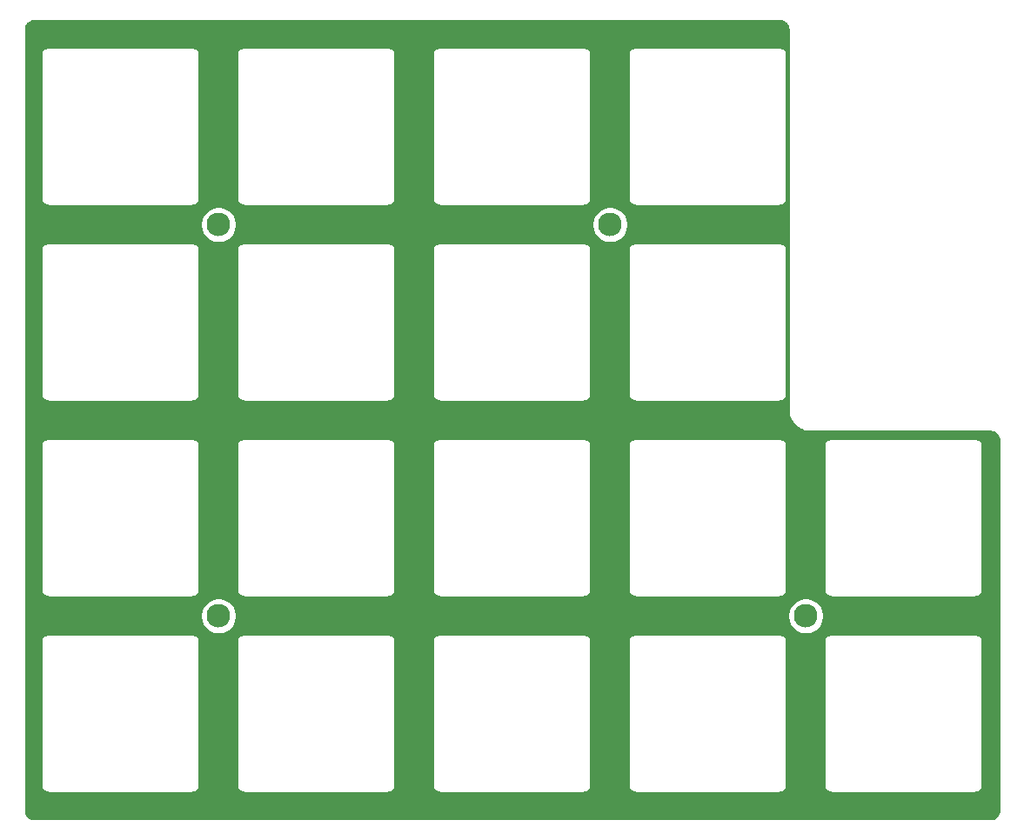
<source format=gbl>
G04 #@! TF.GenerationSoftware,KiCad,Pcbnew,(5.1.10)-1*
G04 #@! TF.CreationDate,2021-09-11T20:09:11+09:00*
G04 #@! TF.ProjectId,cc_proto_top,63635f70-726f-4746-9f5f-746f702e6b69,rev?*
G04 #@! TF.SameCoordinates,Original*
G04 #@! TF.FileFunction,Copper,L2,Bot*
G04 #@! TF.FilePolarity,Positive*
%FSLAX46Y46*%
G04 Gerber Fmt 4.6, Leading zero omitted, Abs format (unit mm)*
G04 Created by KiCad (PCBNEW (5.1.10)-1) date 2021-09-11 20:09:11*
%MOMM*%
%LPD*%
G01*
G04 APERTURE LIST*
G04 #@! TA.AperFunction,ComponentPad*
%ADD10C,2.300000*%
G04 #@! TD*
G04 #@! TA.AperFunction,NonConductor*
%ADD11C,0.254000*%
G04 #@! TD*
G04 #@! TA.AperFunction,NonConductor*
%ADD12C,0.100000*%
G04 #@! TD*
G04 APERTURE END LIST*
D10*
X115074500Y-80474600D03*
X153174500Y-80474600D03*
X115074500Y-118574600D03*
X172224500Y-118574600D03*
D11*
X169813040Y-60654702D02*
X169969394Y-60701908D01*
X170113596Y-60778582D01*
X170240163Y-60881807D01*
X170344269Y-61007651D01*
X170421947Y-61151311D01*
X170470242Y-61307329D01*
X170490500Y-61500073D01*
X170490501Y-98508019D01*
X170493318Y-98536618D01*
X170493253Y-98545888D01*
X170494152Y-98555060D01*
X170524752Y-98846205D01*
X170536783Y-98904817D01*
X170547989Y-98963563D01*
X170550653Y-98972384D01*
X170637221Y-99252040D01*
X170660399Y-99307178D01*
X170682811Y-99362650D01*
X170687138Y-99370786D01*
X170826377Y-99628302D01*
X170859804Y-99677859D01*
X170892580Y-99727947D01*
X170898405Y-99735088D01*
X171085010Y-99960656D01*
X171127465Y-100002815D01*
X171169309Y-100045545D01*
X171176409Y-100051419D01*
X171403273Y-100236445D01*
X171453066Y-100269527D01*
X171502455Y-100303345D01*
X171510561Y-100307727D01*
X171769042Y-100445164D01*
X171824336Y-100467955D01*
X171879329Y-100491525D01*
X171888132Y-100494250D01*
X172168387Y-100578864D01*
X172227064Y-100590482D01*
X172285579Y-100602920D01*
X172294742Y-100603883D01*
X172294744Y-100603883D01*
X172586096Y-100632450D01*
X172586098Y-100632450D01*
X172618081Y-100635600D01*
X190118223Y-100635600D01*
X190313040Y-100654702D01*
X190469394Y-100701908D01*
X190613596Y-100778582D01*
X190740163Y-100881807D01*
X190844269Y-101007651D01*
X190921947Y-101151311D01*
X190970242Y-101307329D01*
X190990500Y-101500073D01*
X190990501Y-137443312D01*
X190971398Y-137638140D01*
X190924192Y-137794495D01*
X190847518Y-137938696D01*
X190744292Y-138065264D01*
X190618451Y-138169368D01*
X190474789Y-138247047D01*
X190318771Y-138295342D01*
X190126027Y-138315600D01*
X97182777Y-138315600D01*
X96987960Y-138296498D01*
X96831605Y-138249292D01*
X96687404Y-138172618D01*
X96560836Y-138069392D01*
X96456732Y-137943551D01*
X96379053Y-137799889D01*
X96330758Y-137643871D01*
X96310500Y-137451127D01*
X96310500Y-121050500D01*
X97761894Y-121050500D01*
X97765451Y-121086615D01*
X97765450Y-135013855D01*
X97761894Y-135049960D01*
X97776085Y-135194045D01*
X97818113Y-135332593D01*
X97886363Y-135460280D01*
X97978212Y-135572198D01*
X98090130Y-135664047D01*
X98217817Y-135732297D01*
X98356365Y-135774325D01*
X98500450Y-135788516D01*
X98536555Y-135784960D01*
X112463895Y-135784960D01*
X112500000Y-135788516D01*
X112536105Y-135784960D01*
X112644085Y-135774325D01*
X112782633Y-135732297D01*
X112910320Y-135664047D01*
X113022238Y-135572198D01*
X113114087Y-135460280D01*
X113182337Y-135332593D01*
X113224365Y-135194045D01*
X113238556Y-135049960D01*
X113235000Y-135013855D01*
X113235000Y-121086605D01*
X113238556Y-121050500D01*
X116811894Y-121050500D01*
X116815451Y-121086615D01*
X116815450Y-135013855D01*
X116811894Y-135049960D01*
X116826085Y-135194045D01*
X116868113Y-135332593D01*
X116936363Y-135460280D01*
X117028212Y-135572198D01*
X117140130Y-135664047D01*
X117267817Y-135732297D01*
X117406365Y-135774325D01*
X117550450Y-135788516D01*
X117586555Y-135784960D01*
X131513895Y-135784960D01*
X131550000Y-135788516D01*
X131586105Y-135784960D01*
X131694085Y-135774325D01*
X131832633Y-135732297D01*
X131960320Y-135664047D01*
X132072238Y-135572198D01*
X132164087Y-135460280D01*
X132232337Y-135332593D01*
X132274365Y-135194045D01*
X132288556Y-135049960D01*
X132285000Y-135013855D01*
X132285000Y-121086605D01*
X132288556Y-121050500D01*
X135861894Y-121050500D01*
X135865451Y-121086615D01*
X135865450Y-135013855D01*
X135861894Y-135049960D01*
X135876085Y-135194045D01*
X135918113Y-135332593D01*
X135986363Y-135460280D01*
X136078212Y-135572198D01*
X136190130Y-135664047D01*
X136317817Y-135732297D01*
X136456365Y-135774325D01*
X136600450Y-135788516D01*
X136636555Y-135784960D01*
X150563895Y-135784960D01*
X150600000Y-135788516D01*
X150636105Y-135784960D01*
X150744085Y-135774325D01*
X150882633Y-135732297D01*
X151010320Y-135664047D01*
X151122238Y-135572198D01*
X151214087Y-135460280D01*
X151282337Y-135332593D01*
X151324365Y-135194045D01*
X151338556Y-135049960D01*
X151335000Y-135013855D01*
X151335000Y-121086605D01*
X151338556Y-121050500D01*
X154911894Y-121050500D01*
X154915451Y-121086615D01*
X154915450Y-135013855D01*
X154911894Y-135049960D01*
X154926085Y-135194045D01*
X154968113Y-135332593D01*
X155036363Y-135460280D01*
X155128212Y-135572198D01*
X155240130Y-135664047D01*
X155367817Y-135732297D01*
X155506365Y-135774325D01*
X155650450Y-135788516D01*
X155686555Y-135784960D01*
X169613895Y-135784960D01*
X169650000Y-135788516D01*
X169686105Y-135784960D01*
X169794085Y-135774325D01*
X169932633Y-135732297D01*
X170060320Y-135664047D01*
X170172238Y-135572198D01*
X170264087Y-135460280D01*
X170332337Y-135332593D01*
X170374365Y-135194045D01*
X170388556Y-135049960D01*
X170385000Y-135013855D01*
X170385000Y-121086605D01*
X170388556Y-121050500D01*
X173961894Y-121050500D01*
X173965451Y-121086615D01*
X173965450Y-135013855D01*
X173961894Y-135049960D01*
X173976085Y-135194045D01*
X174018113Y-135332593D01*
X174086363Y-135460280D01*
X174178212Y-135572198D01*
X174290130Y-135664047D01*
X174417817Y-135732297D01*
X174556365Y-135774325D01*
X174700450Y-135788516D01*
X174736555Y-135784960D01*
X188663895Y-135784960D01*
X188700000Y-135788516D01*
X188736105Y-135784960D01*
X188844085Y-135774325D01*
X188982633Y-135732297D01*
X189110320Y-135664047D01*
X189222238Y-135572198D01*
X189314087Y-135460280D01*
X189382337Y-135332593D01*
X189424365Y-135194045D01*
X189438556Y-135049960D01*
X189435000Y-135013855D01*
X189435000Y-121086605D01*
X189438556Y-121050500D01*
X189424365Y-120906415D01*
X189382337Y-120767867D01*
X189314087Y-120640180D01*
X189222238Y-120528262D01*
X189110320Y-120436413D01*
X188982633Y-120368163D01*
X188844085Y-120326135D01*
X188736105Y-120315500D01*
X188700000Y-120311944D01*
X188663895Y-120315500D01*
X174736555Y-120315500D01*
X174700450Y-120311944D01*
X174664345Y-120315500D01*
X174556365Y-120326135D01*
X174417817Y-120368163D01*
X174290130Y-120436413D01*
X174178212Y-120528262D01*
X174086363Y-120640180D01*
X174018113Y-120767867D01*
X173976085Y-120906415D01*
X173961894Y-121050500D01*
X170388556Y-121050500D01*
X170374365Y-120906415D01*
X170332337Y-120767867D01*
X170264087Y-120640180D01*
X170172238Y-120528262D01*
X170060320Y-120436413D01*
X169932633Y-120368163D01*
X169794085Y-120326135D01*
X169686105Y-120315500D01*
X169650000Y-120311944D01*
X169613895Y-120315500D01*
X155686555Y-120315500D01*
X155650450Y-120311944D01*
X155614345Y-120315500D01*
X155506365Y-120326135D01*
X155367817Y-120368163D01*
X155240130Y-120436413D01*
X155128212Y-120528262D01*
X155036363Y-120640180D01*
X154968113Y-120767867D01*
X154926085Y-120906415D01*
X154911894Y-121050500D01*
X151338556Y-121050500D01*
X151324365Y-120906415D01*
X151282337Y-120767867D01*
X151214087Y-120640180D01*
X151122238Y-120528262D01*
X151010320Y-120436413D01*
X150882633Y-120368163D01*
X150744085Y-120326135D01*
X150636105Y-120315500D01*
X150600000Y-120311944D01*
X150563895Y-120315500D01*
X136636555Y-120315500D01*
X136600450Y-120311944D01*
X136564345Y-120315500D01*
X136456365Y-120326135D01*
X136317817Y-120368163D01*
X136190130Y-120436413D01*
X136078212Y-120528262D01*
X135986363Y-120640180D01*
X135918113Y-120767867D01*
X135876085Y-120906415D01*
X135861894Y-121050500D01*
X132288556Y-121050500D01*
X132274365Y-120906415D01*
X132232337Y-120767867D01*
X132164087Y-120640180D01*
X132072238Y-120528262D01*
X131960320Y-120436413D01*
X131832633Y-120368163D01*
X131694085Y-120326135D01*
X131586105Y-120315500D01*
X131550000Y-120311944D01*
X131513895Y-120315500D01*
X117586555Y-120315500D01*
X117550450Y-120311944D01*
X117514345Y-120315500D01*
X117406365Y-120326135D01*
X117267817Y-120368163D01*
X117140130Y-120436413D01*
X117028212Y-120528262D01*
X116936363Y-120640180D01*
X116868113Y-120767867D01*
X116826085Y-120906415D01*
X116811894Y-121050500D01*
X113238556Y-121050500D01*
X113224365Y-120906415D01*
X113182337Y-120767867D01*
X113114087Y-120640180D01*
X113022238Y-120528262D01*
X112910320Y-120436413D01*
X112782633Y-120368163D01*
X112644085Y-120326135D01*
X112536105Y-120315500D01*
X112500000Y-120311944D01*
X112463895Y-120315500D01*
X98536555Y-120315500D01*
X98500450Y-120311944D01*
X98464345Y-120315500D01*
X98356365Y-120326135D01*
X98217817Y-120368163D01*
X98090130Y-120436413D01*
X97978212Y-120528262D01*
X97886363Y-120640180D01*
X97818113Y-120767867D01*
X97776085Y-120906415D01*
X97761894Y-121050500D01*
X96310500Y-121050500D01*
X96310500Y-118398793D01*
X113289500Y-118398793D01*
X113289500Y-118750407D01*
X113358096Y-119095265D01*
X113492653Y-119420115D01*
X113688000Y-119712471D01*
X113936629Y-119961100D01*
X114228985Y-120156447D01*
X114553835Y-120291004D01*
X114898693Y-120359600D01*
X115250307Y-120359600D01*
X115595165Y-120291004D01*
X115920015Y-120156447D01*
X116212371Y-119961100D01*
X116461000Y-119712471D01*
X116656347Y-119420115D01*
X116790904Y-119095265D01*
X116859500Y-118750407D01*
X116859500Y-118398793D01*
X170439500Y-118398793D01*
X170439500Y-118750407D01*
X170508096Y-119095265D01*
X170642653Y-119420115D01*
X170838000Y-119712471D01*
X171086629Y-119961100D01*
X171378985Y-120156447D01*
X171703835Y-120291004D01*
X172048693Y-120359600D01*
X172400307Y-120359600D01*
X172745165Y-120291004D01*
X173070015Y-120156447D01*
X173362371Y-119961100D01*
X173611000Y-119712471D01*
X173806347Y-119420115D01*
X173940904Y-119095265D01*
X174009500Y-118750407D01*
X174009500Y-118398793D01*
X173940904Y-118053935D01*
X173806347Y-117729085D01*
X173611000Y-117436729D01*
X173362371Y-117188100D01*
X173070015Y-116992753D01*
X172745165Y-116858196D01*
X172400307Y-116789600D01*
X172048693Y-116789600D01*
X171703835Y-116858196D01*
X171378985Y-116992753D01*
X171086629Y-117188100D01*
X170838000Y-117436729D01*
X170642653Y-117729085D01*
X170508096Y-118053935D01*
X170439500Y-118398793D01*
X116859500Y-118398793D01*
X116790904Y-118053935D01*
X116656347Y-117729085D01*
X116461000Y-117436729D01*
X116212371Y-117188100D01*
X115920015Y-116992753D01*
X115595165Y-116858196D01*
X115250307Y-116789600D01*
X114898693Y-116789600D01*
X114553835Y-116858196D01*
X114228985Y-116992753D01*
X113936629Y-117188100D01*
X113688000Y-117436729D01*
X113492653Y-117729085D01*
X113358096Y-118053935D01*
X113289500Y-118398793D01*
X96310500Y-118398793D01*
X96310500Y-102000500D01*
X97761894Y-102000500D01*
X97765451Y-102036615D01*
X97765450Y-115963855D01*
X97761894Y-115999960D01*
X97776085Y-116144045D01*
X97818113Y-116282593D01*
X97886363Y-116410280D01*
X97978212Y-116522198D01*
X98090130Y-116614047D01*
X98217817Y-116682297D01*
X98356365Y-116724325D01*
X98500450Y-116738516D01*
X98536555Y-116734960D01*
X112463895Y-116734960D01*
X112500000Y-116738516D01*
X112536105Y-116734960D01*
X112644085Y-116724325D01*
X112782633Y-116682297D01*
X112910320Y-116614047D01*
X113022238Y-116522198D01*
X113114087Y-116410280D01*
X113182337Y-116282593D01*
X113224365Y-116144045D01*
X113238556Y-115999960D01*
X113235000Y-115963855D01*
X113235000Y-102036605D01*
X113238556Y-102000500D01*
X116811894Y-102000500D01*
X116815451Y-102036615D01*
X116815450Y-115963855D01*
X116811894Y-115999960D01*
X116826085Y-116144045D01*
X116868113Y-116282593D01*
X116936363Y-116410280D01*
X117028212Y-116522198D01*
X117140130Y-116614047D01*
X117267817Y-116682297D01*
X117406365Y-116724325D01*
X117550450Y-116738516D01*
X117586555Y-116734960D01*
X131513895Y-116734960D01*
X131550000Y-116738516D01*
X131586105Y-116734960D01*
X131694085Y-116724325D01*
X131832633Y-116682297D01*
X131960320Y-116614047D01*
X132072238Y-116522198D01*
X132164087Y-116410280D01*
X132232337Y-116282593D01*
X132274365Y-116144045D01*
X132288556Y-115999960D01*
X132285000Y-115963855D01*
X132285000Y-102036605D01*
X132288556Y-102000500D01*
X135861894Y-102000500D01*
X135865451Y-102036615D01*
X135865450Y-115963855D01*
X135861894Y-115999960D01*
X135876085Y-116144045D01*
X135918113Y-116282593D01*
X135986363Y-116410280D01*
X136078212Y-116522198D01*
X136190130Y-116614047D01*
X136317817Y-116682297D01*
X136456365Y-116724325D01*
X136600450Y-116738516D01*
X136636555Y-116734960D01*
X150563895Y-116734960D01*
X150600000Y-116738516D01*
X150636105Y-116734960D01*
X150744085Y-116724325D01*
X150882633Y-116682297D01*
X151010320Y-116614047D01*
X151122238Y-116522198D01*
X151214087Y-116410280D01*
X151282337Y-116282593D01*
X151324365Y-116144045D01*
X151338556Y-115999960D01*
X151335000Y-115963855D01*
X151335000Y-102036605D01*
X151338556Y-102000500D01*
X154911894Y-102000500D01*
X154915451Y-102036615D01*
X154915450Y-115963855D01*
X154911894Y-115999960D01*
X154926085Y-116144045D01*
X154968113Y-116282593D01*
X155036363Y-116410280D01*
X155128212Y-116522198D01*
X155240130Y-116614047D01*
X155367817Y-116682297D01*
X155506365Y-116724325D01*
X155650450Y-116738516D01*
X155686555Y-116734960D01*
X169613895Y-116734960D01*
X169650000Y-116738516D01*
X169686105Y-116734960D01*
X169794085Y-116724325D01*
X169932633Y-116682297D01*
X170060320Y-116614047D01*
X170172238Y-116522198D01*
X170264087Y-116410280D01*
X170332337Y-116282593D01*
X170374365Y-116144045D01*
X170388556Y-115999960D01*
X170385000Y-115963855D01*
X170385000Y-102036605D01*
X170388556Y-102000500D01*
X173961894Y-102000500D01*
X173965451Y-102036615D01*
X173965450Y-115963855D01*
X173961894Y-115999960D01*
X173976085Y-116144045D01*
X174018113Y-116282593D01*
X174086363Y-116410280D01*
X174178212Y-116522198D01*
X174290130Y-116614047D01*
X174417817Y-116682297D01*
X174556365Y-116724325D01*
X174700450Y-116738516D01*
X174736555Y-116734960D01*
X188663895Y-116734960D01*
X188700000Y-116738516D01*
X188736105Y-116734960D01*
X188844085Y-116724325D01*
X188982633Y-116682297D01*
X189110320Y-116614047D01*
X189222238Y-116522198D01*
X189314087Y-116410280D01*
X189382337Y-116282593D01*
X189424365Y-116144045D01*
X189438556Y-115999960D01*
X189435000Y-115963855D01*
X189435000Y-102036605D01*
X189438556Y-102000500D01*
X189424365Y-101856415D01*
X189382337Y-101717867D01*
X189314087Y-101590180D01*
X189222238Y-101478262D01*
X189110320Y-101386413D01*
X188982633Y-101318163D01*
X188844085Y-101276135D01*
X188736105Y-101265500D01*
X188700000Y-101261944D01*
X188663895Y-101265500D01*
X174736555Y-101265500D01*
X174700450Y-101261944D01*
X174664345Y-101265500D01*
X174556365Y-101276135D01*
X174417817Y-101318163D01*
X174290130Y-101386413D01*
X174178212Y-101478262D01*
X174086363Y-101590180D01*
X174018113Y-101717867D01*
X173976085Y-101856415D01*
X173961894Y-102000500D01*
X170388556Y-102000500D01*
X170374365Y-101856415D01*
X170332337Y-101717867D01*
X170264087Y-101590180D01*
X170172238Y-101478262D01*
X170060320Y-101386413D01*
X169932633Y-101318163D01*
X169794085Y-101276135D01*
X169686105Y-101265500D01*
X169650000Y-101261944D01*
X169613895Y-101265500D01*
X155686555Y-101265500D01*
X155650450Y-101261944D01*
X155614345Y-101265500D01*
X155506365Y-101276135D01*
X155367817Y-101318163D01*
X155240130Y-101386413D01*
X155128212Y-101478262D01*
X155036363Y-101590180D01*
X154968113Y-101717867D01*
X154926085Y-101856415D01*
X154911894Y-102000500D01*
X151338556Y-102000500D01*
X151324365Y-101856415D01*
X151282337Y-101717867D01*
X151214087Y-101590180D01*
X151122238Y-101478262D01*
X151010320Y-101386413D01*
X150882633Y-101318163D01*
X150744085Y-101276135D01*
X150636105Y-101265500D01*
X150600000Y-101261944D01*
X150563895Y-101265500D01*
X136636555Y-101265500D01*
X136600450Y-101261944D01*
X136564345Y-101265500D01*
X136456365Y-101276135D01*
X136317817Y-101318163D01*
X136190130Y-101386413D01*
X136078212Y-101478262D01*
X135986363Y-101590180D01*
X135918113Y-101717867D01*
X135876085Y-101856415D01*
X135861894Y-102000500D01*
X132288556Y-102000500D01*
X132274365Y-101856415D01*
X132232337Y-101717867D01*
X132164087Y-101590180D01*
X132072238Y-101478262D01*
X131960320Y-101386413D01*
X131832633Y-101318163D01*
X131694085Y-101276135D01*
X131586105Y-101265500D01*
X131550000Y-101261944D01*
X131513895Y-101265500D01*
X117586555Y-101265500D01*
X117550450Y-101261944D01*
X117514345Y-101265500D01*
X117406365Y-101276135D01*
X117267817Y-101318163D01*
X117140130Y-101386413D01*
X117028212Y-101478262D01*
X116936363Y-101590180D01*
X116868113Y-101717867D01*
X116826085Y-101856415D01*
X116811894Y-102000500D01*
X113238556Y-102000500D01*
X113224365Y-101856415D01*
X113182337Y-101717867D01*
X113114087Y-101590180D01*
X113022238Y-101478262D01*
X112910320Y-101386413D01*
X112782633Y-101318163D01*
X112644085Y-101276135D01*
X112536105Y-101265500D01*
X112500000Y-101261944D01*
X112463895Y-101265500D01*
X98536555Y-101265500D01*
X98500450Y-101261944D01*
X98464345Y-101265500D01*
X98356365Y-101276135D01*
X98217817Y-101318163D01*
X98090130Y-101386413D01*
X97978212Y-101478262D01*
X97886363Y-101590180D01*
X97818113Y-101717867D01*
X97776085Y-101856415D01*
X97761894Y-102000500D01*
X96310500Y-102000500D01*
X96310500Y-82950500D01*
X97761894Y-82950500D01*
X97765451Y-82986615D01*
X97765450Y-96913855D01*
X97761894Y-96949960D01*
X97776085Y-97094045D01*
X97818113Y-97232593D01*
X97886363Y-97360280D01*
X97978212Y-97472198D01*
X98090130Y-97564047D01*
X98217817Y-97632297D01*
X98356365Y-97674325D01*
X98500450Y-97688516D01*
X98536555Y-97684960D01*
X112463895Y-97684960D01*
X112500000Y-97688516D01*
X112536105Y-97684960D01*
X112644085Y-97674325D01*
X112782633Y-97632297D01*
X112910320Y-97564047D01*
X113022238Y-97472198D01*
X113114087Y-97360280D01*
X113182337Y-97232593D01*
X113224365Y-97094045D01*
X113238556Y-96949960D01*
X113235000Y-96913855D01*
X113235000Y-82986605D01*
X113238556Y-82950500D01*
X116811894Y-82950500D01*
X116815451Y-82986615D01*
X116815450Y-96913855D01*
X116811894Y-96949960D01*
X116826085Y-97094045D01*
X116868113Y-97232593D01*
X116936363Y-97360280D01*
X117028212Y-97472198D01*
X117140130Y-97564047D01*
X117267817Y-97632297D01*
X117406365Y-97674325D01*
X117550450Y-97688516D01*
X117586555Y-97684960D01*
X131513895Y-97684960D01*
X131550000Y-97688516D01*
X131586105Y-97684960D01*
X131694085Y-97674325D01*
X131832633Y-97632297D01*
X131960320Y-97564047D01*
X132072238Y-97472198D01*
X132164087Y-97360280D01*
X132232337Y-97232593D01*
X132274365Y-97094045D01*
X132288556Y-96949960D01*
X132285000Y-96913855D01*
X132285000Y-82986605D01*
X132288556Y-82950500D01*
X135861894Y-82950500D01*
X135865451Y-82986615D01*
X135865450Y-96913855D01*
X135861894Y-96949960D01*
X135876085Y-97094045D01*
X135918113Y-97232593D01*
X135986363Y-97360280D01*
X136078212Y-97472198D01*
X136190130Y-97564047D01*
X136317817Y-97632297D01*
X136456365Y-97674325D01*
X136600450Y-97688516D01*
X136636555Y-97684960D01*
X150563895Y-97684960D01*
X150600000Y-97688516D01*
X150636105Y-97684960D01*
X150744085Y-97674325D01*
X150882633Y-97632297D01*
X151010320Y-97564047D01*
X151122238Y-97472198D01*
X151214087Y-97360280D01*
X151282337Y-97232593D01*
X151324365Y-97094045D01*
X151338556Y-96949960D01*
X151335000Y-96913855D01*
X151335000Y-82986605D01*
X151338556Y-82950500D01*
X154911894Y-82950500D01*
X154915451Y-82986615D01*
X154915450Y-96913855D01*
X154911894Y-96949960D01*
X154926085Y-97094045D01*
X154968113Y-97232593D01*
X155036363Y-97360280D01*
X155128212Y-97472198D01*
X155240130Y-97564047D01*
X155367817Y-97632297D01*
X155506365Y-97674325D01*
X155650450Y-97688516D01*
X155686555Y-97684960D01*
X169613895Y-97684960D01*
X169650000Y-97688516D01*
X169686105Y-97684960D01*
X169794085Y-97674325D01*
X169932633Y-97632297D01*
X170060320Y-97564047D01*
X170172238Y-97472198D01*
X170264087Y-97360280D01*
X170332337Y-97232593D01*
X170374365Y-97094045D01*
X170388556Y-96949960D01*
X170385000Y-96913855D01*
X170385000Y-82986605D01*
X170388556Y-82950500D01*
X170374365Y-82806415D01*
X170332337Y-82667867D01*
X170264087Y-82540180D01*
X170172238Y-82428262D01*
X170060320Y-82336413D01*
X169932633Y-82268163D01*
X169794085Y-82226135D01*
X169686105Y-82215500D01*
X169650000Y-82211944D01*
X169613895Y-82215500D01*
X155686555Y-82215500D01*
X155650450Y-82211944D01*
X155614345Y-82215500D01*
X155506365Y-82226135D01*
X155367817Y-82268163D01*
X155240130Y-82336413D01*
X155128212Y-82428262D01*
X155036363Y-82540180D01*
X154968113Y-82667867D01*
X154926085Y-82806415D01*
X154911894Y-82950500D01*
X151338556Y-82950500D01*
X151324365Y-82806415D01*
X151282337Y-82667867D01*
X151214087Y-82540180D01*
X151122238Y-82428262D01*
X151010320Y-82336413D01*
X150882633Y-82268163D01*
X150744085Y-82226135D01*
X150636105Y-82215500D01*
X150600000Y-82211944D01*
X150563895Y-82215500D01*
X136636555Y-82215500D01*
X136600450Y-82211944D01*
X136564345Y-82215500D01*
X136456365Y-82226135D01*
X136317817Y-82268163D01*
X136190130Y-82336413D01*
X136078212Y-82428262D01*
X135986363Y-82540180D01*
X135918113Y-82667867D01*
X135876085Y-82806415D01*
X135861894Y-82950500D01*
X132288556Y-82950500D01*
X132274365Y-82806415D01*
X132232337Y-82667867D01*
X132164087Y-82540180D01*
X132072238Y-82428262D01*
X131960320Y-82336413D01*
X131832633Y-82268163D01*
X131694085Y-82226135D01*
X131586105Y-82215500D01*
X131550000Y-82211944D01*
X131513895Y-82215500D01*
X117586555Y-82215500D01*
X117550450Y-82211944D01*
X117514345Y-82215500D01*
X117406365Y-82226135D01*
X117267817Y-82268163D01*
X117140130Y-82336413D01*
X117028212Y-82428262D01*
X116936363Y-82540180D01*
X116868113Y-82667867D01*
X116826085Y-82806415D01*
X116811894Y-82950500D01*
X113238556Y-82950500D01*
X113224365Y-82806415D01*
X113182337Y-82667867D01*
X113114087Y-82540180D01*
X113022238Y-82428262D01*
X112910320Y-82336413D01*
X112782633Y-82268163D01*
X112644085Y-82226135D01*
X112536105Y-82215500D01*
X112500000Y-82211944D01*
X112463895Y-82215500D01*
X98536555Y-82215500D01*
X98500450Y-82211944D01*
X98464345Y-82215500D01*
X98356365Y-82226135D01*
X98217817Y-82268163D01*
X98090130Y-82336413D01*
X97978212Y-82428262D01*
X97886363Y-82540180D01*
X97818113Y-82667867D01*
X97776085Y-82806415D01*
X97761894Y-82950500D01*
X96310500Y-82950500D01*
X96310500Y-80298793D01*
X113289500Y-80298793D01*
X113289500Y-80650407D01*
X113358096Y-80995265D01*
X113492653Y-81320115D01*
X113688000Y-81612471D01*
X113936629Y-81861100D01*
X114228985Y-82056447D01*
X114553835Y-82191004D01*
X114898693Y-82259600D01*
X115250307Y-82259600D01*
X115595165Y-82191004D01*
X115920015Y-82056447D01*
X116212371Y-81861100D01*
X116461000Y-81612471D01*
X116656347Y-81320115D01*
X116790904Y-80995265D01*
X116859500Y-80650407D01*
X116859500Y-80298793D01*
X151389500Y-80298793D01*
X151389500Y-80650407D01*
X151458096Y-80995265D01*
X151592653Y-81320115D01*
X151788000Y-81612471D01*
X152036629Y-81861100D01*
X152328985Y-82056447D01*
X152653835Y-82191004D01*
X152998693Y-82259600D01*
X153350307Y-82259600D01*
X153695165Y-82191004D01*
X154020015Y-82056447D01*
X154312371Y-81861100D01*
X154561000Y-81612471D01*
X154756347Y-81320115D01*
X154890904Y-80995265D01*
X154959500Y-80650407D01*
X154959500Y-80298793D01*
X154890904Y-79953935D01*
X154756347Y-79629085D01*
X154561000Y-79336729D01*
X154312371Y-79088100D01*
X154020015Y-78892753D01*
X153695165Y-78758196D01*
X153350307Y-78689600D01*
X152998693Y-78689600D01*
X152653835Y-78758196D01*
X152328985Y-78892753D01*
X152036629Y-79088100D01*
X151788000Y-79336729D01*
X151592653Y-79629085D01*
X151458096Y-79953935D01*
X151389500Y-80298793D01*
X116859500Y-80298793D01*
X116790904Y-79953935D01*
X116656347Y-79629085D01*
X116461000Y-79336729D01*
X116212371Y-79088100D01*
X115920015Y-78892753D01*
X115595165Y-78758196D01*
X115250307Y-78689600D01*
X114898693Y-78689600D01*
X114553835Y-78758196D01*
X114228985Y-78892753D01*
X113936629Y-79088100D01*
X113688000Y-79336729D01*
X113492653Y-79629085D01*
X113358096Y-79953935D01*
X113289500Y-80298793D01*
X96310500Y-80298793D01*
X96310500Y-63900500D01*
X97761894Y-63900500D01*
X97765451Y-63936615D01*
X97765450Y-77863855D01*
X97761894Y-77899960D01*
X97776085Y-78044045D01*
X97818113Y-78182593D01*
X97886363Y-78310280D01*
X97978212Y-78422198D01*
X98090130Y-78514047D01*
X98217817Y-78582297D01*
X98356365Y-78624325D01*
X98500450Y-78638516D01*
X98536555Y-78634960D01*
X112463895Y-78634960D01*
X112500000Y-78638516D01*
X112536105Y-78634960D01*
X112644085Y-78624325D01*
X112782633Y-78582297D01*
X112910320Y-78514047D01*
X113022238Y-78422198D01*
X113114087Y-78310280D01*
X113182337Y-78182593D01*
X113224365Y-78044045D01*
X113238556Y-77899960D01*
X113235000Y-77863855D01*
X113235000Y-63936605D01*
X113238556Y-63900500D01*
X116811894Y-63900500D01*
X116815451Y-63936615D01*
X116815450Y-77863855D01*
X116811894Y-77899960D01*
X116826085Y-78044045D01*
X116868113Y-78182593D01*
X116936363Y-78310280D01*
X117028212Y-78422198D01*
X117140130Y-78514047D01*
X117267817Y-78582297D01*
X117406365Y-78624325D01*
X117550450Y-78638516D01*
X117586555Y-78634960D01*
X131513895Y-78634960D01*
X131550000Y-78638516D01*
X131586105Y-78634960D01*
X131694085Y-78624325D01*
X131832633Y-78582297D01*
X131960320Y-78514047D01*
X132072238Y-78422198D01*
X132164087Y-78310280D01*
X132232337Y-78182593D01*
X132274365Y-78044045D01*
X132288556Y-77899960D01*
X132285000Y-77863855D01*
X132285000Y-63936605D01*
X132288556Y-63900500D01*
X135861894Y-63900500D01*
X135865451Y-63936615D01*
X135865450Y-77863855D01*
X135861894Y-77899960D01*
X135876085Y-78044045D01*
X135918113Y-78182593D01*
X135986363Y-78310280D01*
X136078212Y-78422198D01*
X136190130Y-78514047D01*
X136317817Y-78582297D01*
X136456365Y-78624325D01*
X136600450Y-78638516D01*
X136636555Y-78634960D01*
X150563895Y-78634960D01*
X150600000Y-78638516D01*
X150636105Y-78634960D01*
X150744085Y-78624325D01*
X150882633Y-78582297D01*
X151010320Y-78514047D01*
X151122238Y-78422198D01*
X151214087Y-78310280D01*
X151282337Y-78182593D01*
X151324365Y-78044045D01*
X151338556Y-77899960D01*
X151335000Y-77863855D01*
X151335000Y-63936605D01*
X151338556Y-63900500D01*
X154911894Y-63900500D01*
X154915451Y-63936615D01*
X154915450Y-77863855D01*
X154911894Y-77899960D01*
X154926085Y-78044045D01*
X154968113Y-78182593D01*
X155036363Y-78310280D01*
X155128212Y-78422198D01*
X155240130Y-78514047D01*
X155367817Y-78582297D01*
X155506365Y-78624325D01*
X155650450Y-78638516D01*
X155686555Y-78634960D01*
X169613895Y-78634960D01*
X169650000Y-78638516D01*
X169686105Y-78634960D01*
X169794085Y-78624325D01*
X169932633Y-78582297D01*
X170060320Y-78514047D01*
X170172238Y-78422198D01*
X170264087Y-78310280D01*
X170332337Y-78182593D01*
X170374365Y-78044045D01*
X170388556Y-77899960D01*
X170385000Y-77863855D01*
X170385000Y-63936605D01*
X170388556Y-63900500D01*
X170374365Y-63756415D01*
X170332337Y-63617867D01*
X170264087Y-63490180D01*
X170172238Y-63378262D01*
X170060320Y-63286413D01*
X169932633Y-63218163D01*
X169794085Y-63176135D01*
X169686105Y-63165500D01*
X169650000Y-63161944D01*
X169613895Y-63165500D01*
X155686555Y-63165500D01*
X155650450Y-63161944D01*
X155614345Y-63165500D01*
X155506365Y-63176135D01*
X155367817Y-63218163D01*
X155240130Y-63286413D01*
X155128212Y-63378262D01*
X155036363Y-63490180D01*
X154968113Y-63617867D01*
X154926085Y-63756415D01*
X154911894Y-63900500D01*
X151338556Y-63900500D01*
X151324365Y-63756415D01*
X151282337Y-63617867D01*
X151214087Y-63490180D01*
X151122238Y-63378262D01*
X151010320Y-63286413D01*
X150882633Y-63218163D01*
X150744085Y-63176135D01*
X150636105Y-63165500D01*
X150600000Y-63161944D01*
X150563895Y-63165500D01*
X136636555Y-63165500D01*
X136600450Y-63161944D01*
X136564345Y-63165500D01*
X136456365Y-63176135D01*
X136317817Y-63218163D01*
X136190130Y-63286413D01*
X136078212Y-63378262D01*
X135986363Y-63490180D01*
X135918113Y-63617867D01*
X135876085Y-63756415D01*
X135861894Y-63900500D01*
X132288556Y-63900500D01*
X132274365Y-63756415D01*
X132232337Y-63617867D01*
X132164087Y-63490180D01*
X132072238Y-63378262D01*
X131960320Y-63286413D01*
X131832633Y-63218163D01*
X131694085Y-63176135D01*
X131586105Y-63165500D01*
X131550000Y-63161944D01*
X131513895Y-63165500D01*
X117586555Y-63165500D01*
X117550450Y-63161944D01*
X117514345Y-63165500D01*
X117406365Y-63176135D01*
X117267817Y-63218163D01*
X117140130Y-63286413D01*
X117028212Y-63378262D01*
X116936363Y-63490180D01*
X116868113Y-63617867D01*
X116826085Y-63756415D01*
X116811894Y-63900500D01*
X113238556Y-63900500D01*
X113224365Y-63756415D01*
X113182337Y-63617867D01*
X113114087Y-63490180D01*
X113022238Y-63378262D01*
X112910320Y-63286413D01*
X112782633Y-63218163D01*
X112644085Y-63176135D01*
X112536105Y-63165500D01*
X112500000Y-63161944D01*
X112463895Y-63165500D01*
X98536555Y-63165500D01*
X98500450Y-63161944D01*
X98464345Y-63165500D01*
X98356365Y-63176135D01*
X98217817Y-63218163D01*
X98090130Y-63286413D01*
X97978212Y-63378262D01*
X97886363Y-63490180D01*
X97818113Y-63617867D01*
X97776085Y-63756415D01*
X97761894Y-63900500D01*
X96310500Y-63900500D01*
X96310500Y-61507877D01*
X96329602Y-61313060D01*
X96376808Y-61156706D01*
X96453482Y-61012504D01*
X96556707Y-60885937D01*
X96682551Y-60781831D01*
X96826211Y-60704153D01*
X96982229Y-60655858D01*
X97174973Y-60635600D01*
X169618223Y-60635600D01*
X169813040Y-60654702D01*
G04 #@! TA.AperFunction,NonConductor*
D12*
G36*
X169813040Y-60654702D02*
G01*
X169969394Y-60701908D01*
X170113596Y-60778582D01*
X170240163Y-60881807D01*
X170344269Y-61007651D01*
X170421947Y-61151311D01*
X170470242Y-61307329D01*
X170490500Y-61500073D01*
X170490501Y-98508019D01*
X170493318Y-98536618D01*
X170493253Y-98545888D01*
X170494152Y-98555060D01*
X170524752Y-98846205D01*
X170536783Y-98904817D01*
X170547989Y-98963563D01*
X170550653Y-98972384D01*
X170637221Y-99252040D01*
X170660399Y-99307178D01*
X170682811Y-99362650D01*
X170687138Y-99370786D01*
X170826377Y-99628302D01*
X170859804Y-99677859D01*
X170892580Y-99727947D01*
X170898405Y-99735088D01*
X171085010Y-99960656D01*
X171127465Y-100002815D01*
X171169309Y-100045545D01*
X171176409Y-100051419D01*
X171403273Y-100236445D01*
X171453066Y-100269527D01*
X171502455Y-100303345D01*
X171510561Y-100307727D01*
X171769042Y-100445164D01*
X171824336Y-100467955D01*
X171879329Y-100491525D01*
X171888132Y-100494250D01*
X172168387Y-100578864D01*
X172227064Y-100590482D01*
X172285579Y-100602920D01*
X172294742Y-100603883D01*
X172294744Y-100603883D01*
X172586096Y-100632450D01*
X172586098Y-100632450D01*
X172618081Y-100635600D01*
X190118223Y-100635600D01*
X190313040Y-100654702D01*
X190469394Y-100701908D01*
X190613596Y-100778582D01*
X190740163Y-100881807D01*
X190844269Y-101007651D01*
X190921947Y-101151311D01*
X190970242Y-101307329D01*
X190990500Y-101500073D01*
X190990501Y-137443312D01*
X190971398Y-137638140D01*
X190924192Y-137794495D01*
X190847518Y-137938696D01*
X190744292Y-138065264D01*
X190618451Y-138169368D01*
X190474789Y-138247047D01*
X190318771Y-138295342D01*
X190126027Y-138315600D01*
X97182777Y-138315600D01*
X96987960Y-138296498D01*
X96831605Y-138249292D01*
X96687404Y-138172618D01*
X96560836Y-138069392D01*
X96456732Y-137943551D01*
X96379053Y-137799889D01*
X96330758Y-137643871D01*
X96310500Y-137451127D01*
X96310500Y-121050500D01*
X97761894Y-121050500D01*
X97765451Y-121086615D01*
X97765450Y-135013855D01*
X97761894Y-135049960D01*
X97776085Y-135194045D01*
X97818113Y-135332593D01*
X97886363Y-135460280D01*
X97978212Y-135572198D01*
X98090130Y-135664047D01*
X98217817Y-135732297D01*
X98356365Y-135774325D01*
X98500450Y-135788516D01*
X98536555Y-135784960D01*
X112463895Y-135784960D01*
X112500000Y-135788516D01*
X112536105Y-135784960D01*
X112644085Y-135774325D01*
X112782633Y-135732297D01*
X112910320Y-135664047D01*
X113022238Y-135572198D01*
X113114087Y-135460280D01*
X113182337Y-135332593D01*
X113224365Y-135194045D01*
X113238556Y-135049960D01*
X113235000Y-135013855D01*
X113235000Y-121086605D01*
X113238556Y-121050500D01*
X116811894Y-121050500D01*
X116815451Y-121086615D01*
X116815450Y-135013855D01*
X116811894Y-135049960D01*
X116826085Y-135194045D01*
X116868113Y-135332593D01*
X116936363Y-135460280D01*
X117028212Y-135572198D01*
X117140130Y-135664047D01*
X117267817Y-135732297D01*
X117406365Y-135774325D01*
X117550450Y-135788516D01*
X117586555Y-135784960D01*
X131513895Y-135784960D01*
X131550000Y-135788516D01*
X131586105Y-135784960D01*
X131694085Y-135774325D01*
X131832633Y-135732297D01*
X131960320Y-135664047D01*
X132072238Y-135572198D01*
X132164087Y-135460280D01*
X132232337Y-135332593D01*
X132274365Y-135194045D01*
X132288556Y-135049960D01*
X132285000Y-135013855D01*
X132285000Y-121086605D01*
X132288556Y-121050500D01*
X135861894Y-121050500D01*
X135865451Y-121086615D01*
X135865450Y-135013855D01*
X135861894Y-135049960D01*
X135876085Y-135194045D01*
X135918113Y-135332593D01*
X135986363Y-135460280D01*
X136078212Y-135572198D01*
X136190130Y-135664047D01*
X136317817Y-135732297D01*
X136456365Y-135774325D01*
X136600450Y-135788516D01*
X136636555Y-135784960D01*
X150563895Y-135784960D01*
X150600000Y-135788516D01*
X150636105Y-135784960D01*
X150744085Y-135774325D01*
X150882633Y-135732297D01*
X151010320Y-135664047D01*
X151122238Y-135572198D01*
X151214087Y-135460280D01*
X151282337Y-135332593D01*
X151324365Y-135194045D01*
X151338556Y-135049960D01*
X151335000Y-135013855D01*
X151335000Y-121086605D01*
X151338556Y-121050500D01*
X154911894Y-121050500D01*
X154915451Y-121086615D01*
X154915450Y-135013855D01*
X154911894Y-135049960D01*
X154926085Y-135194045D01*
X154968113Y-135332593D01*
X155036363Y-135460280D01*
X155128212Y-135572198D01*
X155240130Y-135664047D01*
X155367817Y-135732297D01*
X155506365Y-135774325D01*
X155650450Y-135788516D01*
X155686555Y-135784960D01*
X169613895Y-135784960D01*
X169650000Y-135788516D01*
X169686105Y-135784960D01*
X169794085Y-135774325D01*
X169932633Y-135732297D01*
X170060320Y-135664047D01*
X170172238Y-135572198D01*
X170264087Y-135460280D01*
X170332337Y-135332593D01*
X170374365Y-135194045D01*
X170388556Y-135049960D01*
X170385000Y-135013855D01*
X170385000Y-121086605D01*
X170388556Y-121050500D01*
X173961894Y-121050500D01*
X173965451Y-121086615D01*
X173965450Y-135013855D01*
X173961894Y-135049960D01*
X173976085Y-135194045D01*
X174018113Y-135332593D01*
X174086363Y-135460280D01*
X174178212Y-135572198D01*
X174290130Y-135664047D01*
X174417817Y-135732297D01*
X174556365Y-135774325D01*
X174700450Y-135788516D01*
X174736555Y-135784960D01*
X188663895Y-135784960D01*
X188700000Y-135788516D01*
X188736105Y-135784960D01*
X188844085Y-135774325D01*
X188982633Y-135732297D01*
X189110320Y-135664047D01*
X189222238Y-135572198D01*
X189314087Y-135460280D01*
X189382337Y-135332593D01*
X189424365Y-135194045D01*
X189438556Y-135049960D01*
X189435000Y-135013855D01*
X189435000Y-121086605D01*
X189438556Y-121050500D01*
X189424365Y-120906415D01*
X189382337Y-120767867D01*
X189314087Y-120640180D01*
X189222238Y-120528262D01*
X189110320Y-120436413D01*
X188982633Y-120368163D01*
X188844085Y-120326135D01*
X188736105Y-120315500D01*
X188700000Y-120311944D01*
X188663895Y-120315500D01*
X174736555Y-120315500D01*
X174700450Y-120311944D01*
X174664345Y-120315500D01*
X174556365Y-120326135D01*
X174417817Y-120368163D01*
X174290130Y-120436413D01*
X174178212Y-120528262D01*
X174086363Y-120640180D01*
X174018113Y-120767867D01*
X173976085Y-120906415D01*
X173961894Y-121050500D01*
X170388556Y-121050500D01*
X170374365Y-120906415D01*
X170332337Y-120767867D01*
X170264087Y-120640180D01*
X170172238Y-120528262D01*
X170060320Y-120436413D01*
X169932633Y-120368163D01*
X169794085Y-120326135D01*
X169686105Y-120315500D01*
X169650000Y-120311944D01*
X169613895Y-120315500D01*
X155686555Y-120315500D01*
X155650450Y-120311944D01*
X155614345Y-120315500D01*
X155506365Y-120326135D01*
X155367817Y-120368163D01*
X155240130Y-120436413D01*
X155128212Y-120528262D01*
X155036363Y-120640180D01*
X154968113Y-120767867D01*
X154926085Y-120906415D01*
X154911894Y-121050500D01*
X151338556Y-121050500D01*
X151324365Y-120906415D01*
X151282337Y-120767867D01*
X151214087Y-120640180D01*
X151122238Y-120528262D01*
X151010320Y-120436413D01*
X150882633Y-120368163D01*
X150744085Y-120326135D01*
X150636105Y-120315500D01*
X150600000Y-120311944D01*
X150563895Y-120315500D01*
X136636555Y-120315500D01*
X136600450Y-120311944D01*
X136564345Y-120315500D01*
X136456365Y-120326135D01*
X136317817Y-120368163D01*
X136190130Y-120436413D01*
X136078212Y-120528262D01*
X135986363Y-120640180D01*
X135918113Y-120767867D01*
X135876085Y-120906415D01*
X135861894Y-121050500D01*
X132288556Y-121050500D01*
X132274365Y-120906415D01*
X132232337Y-120767867D01*
X132164087Y-120640180D01*
X132072238Y-120528262D01*
X131960320Y-120436413D01*
X131832633Y-120368163D01*
X131694085Y-120326135D01*
X131586105Y-120315500D01*
X131550000Y-120311944D01*
X131513895Y-120315500D01*
X117586555Y-120315500D01*
X117550450Y-120311944D01*
X117514345Y-120315500D01*
X117406365Y-120326135D01*
X117267817Y-120368163D01*
X117140130Y-120436413D01*
X117028212Y-120528262D01*
X116936363Y-120640180D01*
X116868113Y-120767867D01*
X116826085Y-120906415D01*
X116811894Y-121050500D01*
X113238556Y-121050500D01*
X113224365Y-120906415D01*
X113182337Y-120767867D01*
X113114087Y-120640180D01*
X113022238Y-120528262D01*
X112910320Y-120436413D01*
X112782633Y-120368163D01*
X112644085Y-120326135D01*
X112536105Y-120315500D01*
X112500000Y-120311944D01*
X112463895Y-120315500D01*
X98536555Y-120315500D01*
X98500450Y-120311944D01*
X98464345Y-120315500D01*
X98356365Y-120326135D01*
X98217817Y-120368163D01*
X98090130Y-120436413D01*
X97978212Y-120528262D01*
X97886363Y-120640180D01*
X97818113Y-120767867D01*
X97776085Y-120906415D01*
X97761894Y-121050500D01*
X96310500Y-121050500D01*
X96310500Y-118398793D01*
X113289500Y-118398793D01*
X113289500Y-118750407D01*
X113358096Y-119095265D01*
X113492653Y-119420115D01*
X113688000Y-119712471D01*
X113936629Y-119961100D01*
X114228985Y-120156447D01*
X114553835Y-120291004D01*
X114898693Y-120359600D01*
X115250307Y-120359600D01*
X115595165Y-120291004D01*
X115920015Y-120156447D01*
X116212371Y-119961100D01*
X116461000Y-119712471D01*
X116656347Y-119420115D01*
X116790904Y-119095265D01*
X116859500Y-118750407D01*
X116859500Y-118398793D01*
X170439500Y-118398793D01*
X170439500Y-118750407D01*
X170508096Y-119095265D01*
X170642653Y-119420115D01*
X170838000Y-119712471D01*
X171086629Y-119961100D01*
X171378985Y-120156447D01*
X171703835Y-120291004D01*
X172048693Y-120359600D01*
X172400307Y-120359600D01*
X172745165Y-120291004D01*
X173070015Y-120156447D01*
X173362371Y-119961100D01*
X173611000Y-119712471D01*
X173806347Y-119420115D01*
X173940904Y-119095265D01*
X174009500Y-118750407D01*
X174009500Y-118398793D01*
X173940904Y-118053935D01*
X173806347Y-117729085D01*
X173611000Y-117436729D01*
X173362371Y-117188100D01*
X173070015Y-116992753D01*
X172745165Y-116858196D01*
X172400307Y-116789600D01*
X172048693Y-116789600D01*
X171703835Y-116858196D01*
X171378985Y-116992753D01*
X171086629Y-117188100D01*
X170838000Y-117436729D01*
X170642653Y-117729085D01*
X170508096Y-118053935D01*
X170439500Y-118398793D01*
X116859500Y-118398793D01*
X116790904Y-118053935D01*
X116656347Y-117729085D01*
X116461000Y-117436729D01*
X116212371Y-117188100D01*
X115920015Y-116992753D01*
X115595165Y-116858196D01*
X115250307Y-116789600D01*
X114898693Y-116789600D01*
X114553835Y-116858196D01*
X114228985Y-116992753D01*
X113936629Y-117188100D01*
X113688000Y-117436729D01*
X113492653Y-117729085D01*
X113358096Y-118053935D01*
X113289500Y-118398793D01*
X96310500Y-118398793D01*
X96310500Y-102000500D01*
X97761894Y-102000500D01*
X97765451Y-102036615D01*
X97765450Y-115963855D01*
X97761894Y-115999960D01*
X97776085Y-116144045D01*
X97818113Y-116282593D01*
X97886363Y-116410280D01*
X97978212Y-116522198D01*
X98090130Y-116614047D01*
X98217817Y-116682297D01*
X98356365Y-116724325D01*
X98500450Y-116738516D01*
X98536555Y-116734960D01*
X112463895Y-116734960D01*
X112500000Y-116738516D01*
X112536105Y-116734960D01*
X112644085Y-116724325D01*
X112782633Y-116682297D01*
X112910320Y-116614047D01*
X113022238Y-116522198D01*
X113114087Y-116410280D01*
X113182337Y-116282593D01*
X113224365Y-116144045D01*
X113238556Y-115999960D01*
X113235000Y-115963855D01*
X113235000Y-102036605D01*
X113238556Y-102000500D01*
X116811894Y-102000500D01*
X116815451Y-102036615D01*
X116815450Y-115963855D01*
X116811894Y-115999960D01*
X116826085Y-116144045D01*
X116868113Y-116282593D01*
X116936363Y-116410280D01*
X117028212Y-116522198D01*
X117140130Y-116614047D01*
X117267817Y-116682297D01*
X117406365Y-116724325D01*
X117550450Y-116738516D01*
X117586555Y-116734960D01*
X131513895Y-116734960D01*
X131550000Y-116738516D01*
X131586105Y-116734960D01*
X131694085Y-116724325D01*
X131832633Y-116682297D01*
X131960320Y-116614047D01*
X132072238Y-116522198D01*
X132164087Y-116410280D01*
X132232337Y-116282593D01*
X132274365Y-116144045D01*
X132288556Y-115999960D01*
X132285000Y-115963855D01*
X132285000Y-102036605D01*
X132288556Y-102000500D01*
X135861894Y-102000500D01*
X135865451Y-102036615D01*
X135865450Y-115963855D01*
X135861894Y-115999960D01*
X135876085Y-116144045D01*
X135918113Y-116282593D01*
X135986363Y-116410280D01*
X136078212Y-116522198D01*
X136190130Y-116614047D01*
X136317817Y-116682297D01*
X136456365Y-116724325D01*
X136600450Y-116738516D01*
X136636555Y-116734960D01*
X150563895Y-116734960D01*
X150600000Y-116738516D01*
X150636105Y-116734960D01*
X150744085Y-116724325D01*
X150882633Y-116682297D01*
X151010320Y-116614047D01*
X151122238Y-116522198D01*
X151214087Y-116410280D01*
X151282337Y-116282593D01*
X151324365Y-116144045D01*
X151338556Y-115999960D01*
X151335000Y-115963855D01*
X151335000Y-102036605D01*
X151338556Y-102000500D01*
X154911894Y-102000500D01*
X154915451Y-102036615D01*
X154915450Y-115963855D01*
X154911894Y-115999960D01*
X154926085Y-116144045D01*
X154968113Y-116282593D01*
X155036363Y-116410280D01*
X155128212Y-116522198D01*
X155240130Y-116614047D01*
X155367817Y-116682297D01*
X155506365Y-116724325D01*
X155650450Y-116738516D01*
X155686555Y-116734960D01*
X169613895Y-116734960D01*
X169650000Y-116738516D01*
X169686105Y-116734960D01*
X169794085Y-116724325D01*
X169932633Y-116682297D01*
X170060320Y-116614047D01*
X170172238Y-116522198D01*
X170264087Y-116410280D01*
X170332337Y-116282593D01*
X170374365Y-116144045D01*
X170388556Y-115999960D01*
X170385000Y-115963855D01*
X170385000Y-102036605D01*
X170388556Y-102000500D01*
X173961894Y-102000500D01*
X173965451Y-102036615D01*
X173965450Y-115963855D01*
X173961894Y-115999960D01*
X173976085Y-116144045D01*
X174018113Y-116282593D01*
X174086363Y-116410280D01*
X174178212Y-116522198D01*
X174290130Y-116614047D01*
X174417817Y-116682297D01*
X174556365Y-116724325D01*
X174700450Y-116738516D01*
X174736555Y-116734960D01*
X188663895Y-116734960D01*
X188700000Y-116738516D01*
X188736105Y-116734960D01*
X188844085Y-116724325D01*
X188982633Y-116682297D01*
X189110320Y-116614047D01*
X189222238Y-116522198D01*
X189314087Y-116410280D01*
X189382337Y-116282593D01*
X189424365Y-116144045D01*
X189438556Y-115999960D01*
X189435000Y-115963855D01*
X189435000Y-102036605D01*
X189438556Y-102000500D01*
X189424365Y-101856415D01*
X189382337Y-101717867D01*
X189314087Y-101590180D01*
X189222238Y-101478262D01*
X189110320Y-101386413D01*
X188982633Y-101318163D01*
X188844085Y-101276135D01*
X188736105Y-101265500D01*
X188700000Y-101261944D01*
X188663895Y-101265500D01*
X174736555Y-101265500D01*
X174700450Y-101261944D01*
X174664345Y-101265500D01*
X174556365Y-101276135D01*
X174417817Y-101318163D01*
X174290130Y-101386413D01*
X174178212Y-101478262D01*
X174086363Y-101590180D01*
X174018113Y-101717867D01*
X173976085Y-101856415D01*
X173961894Y-102000500D01*
X170388556Y-102000500D01*
X170374365Y-101856415D01*
X170332337Y-101717867D01*
X170264087Y-101590180D01*
X170172238Y-101478262D01*
X170060320Y-101386413D01*
X169932633Y-101318163D01*
X169794085Y-101276135D01*
X169686105Y-101265500D01*
X169650000Y-101261944D01*
X169613895Y-101265500D01*
X155686555Y-101265500D01*
X155650450Y-101261944D01*
X155614345Y-101265500D01*
X155506365Y-101276135D01*
X155367817Y-101318163D01*
X155240130Y-101386413D01*
X155128212Y-101478262D01*
X155036363Y-101590180D01*
X154968113Y-101717867D01*
X154926085Y-101856415D01*
X154911894Y-102000500D01*
X151338556Y-102000500D01*
X151324365Y-101856415D01*
X151282337Y-101717867D01*
X151214087Y-101590180D01*
X151122238Y-101478262D01*
X151010320Y-101386413D01*
X150882633Y-101318163D01*
X150744085Y-101276135D01*
X150636105Y-101265500D01*
X150600000Y-101261944D01*
X150563895Y-101265500D01*
X136636555Y-101265500D01*
X136600450Y-101261944D01*
X136564345Y-101265500D01*
X136456365Y-101276135D01*
X136317817Y-101318163D01*
X136190130Y-101386413D01*
X136078212Y-101478262D01*
X135986363Y-101590180D01*
X135918113Y-101717867D01*
X135876085Y-101856415D01*
X135861894Y-102000500D01*
X132288556Y-102000500D01*
X132274365Y-101856415D01*
X132232337Y-101717867D01*
X132164087Y-101590180D01*
X132072238Y-101478262D01*
X131960320Y-101386413D01*
X131832633Y-101318163D01*
X131694085Y-101276135D01*
X131586105Y-101265500D01*
X131550000Y-101261944D01*
X131513895Y-101265500D01*
X117586555Y-101265500D01*
X117550450Y-101261944D01*
X117514345Y-101265500D01*
X117406365Y-101276135D01*
X117267817Y-101318163D01*
X117140130Y-101386413D01*
X117028212Y-101478262D01*
X116936363Y-101590180D01*
X116868113Y-101717867D01*
X116826085Y-101856415D01*
X116811894Y-102000500D01*
X113238556Y-102000500D01*
X113224365Y-101856415D01*
X113182337Y-101717867D01*
X113114087Y-101590180D01*
X113022238Y-101478262D01*
X112910320Y-101386413D01*
X112782633Y-101318163D01*
X112644085Y-101276135D01*
X112536105Y-101265500D01*
X112500000Y-101261944D01*
X112463895Y-101265500D01*
X98536555Y-101265500D01*
X98500450Y-101261944D01*
X98464345Y-101265500D01*
X98356365Y-101276135D01*
X98217817Y-101318163D01*
X98090130Y-101386413D01*
X97978212Y-101478262D01*
X97886363Y-101590180D01*
X97818113Y-101717867D01*
X97776085Y-101856415D01*
X97761894Y-102000500D01*
X96310500Y-102000500D01*
X96310500Y-82950500D01*
X97761894Y-82950500D01*
X97765451Y-82986615D01*
X97765450Y-96913855D01*
X97761894Y-96949960D01*
X97776085Y-97094045D01*
X97818113Y-97232593D01*
X97886363Y-97360280D01*
X97978212Y-97472198D01*
X98090130Y-97564047D01*
X98217817Y-97632297D01*
X98356365Y-97674325D01*
X98500450Y-97688516D01*
X98536555Y-97684960D01*
X112463895Y-97684960D01*
X112500000Y-97688516D01*
X112536105Y-97684960D01*
X112644085Y-97674325D01*
X112782633Y-97632297D01*
X112910320Y-97564047D01*
X113022238Y-97472198D01*
X113114087Y-97360280D01*
X113182337Y-97232593D01*
X113224365Y-97094045D01*
X113238556Y-96949960D01*
X113235000Y-96913855D01*
X113235000Y-82986605D01*
X113238556Y-82950500D01*
X116811894Y-82950500D01*
X116815451Y-82986615D01*
X116815450Y-96913855D01*
X116811894Y-96949960D01*
X116826085Y-97094045D01*
X116868113Y-97232593D01*
X116936363Y-97360280D01*
X117028212Y-97472198D01*
X117140130Y-97564047D01*
X117267817Y-97632297D01*
X117406365Y-97674325D01*
X117550450Y-97688516D01*
X117586555Y-97684960D01*
X131513895Y-97684960D01*
X131550000Y-97688516D01*
X131586105Y-97684960D01*
X131694085Y-97674325D01*
X131832633Y-97632297D01*
X131960320Y-97564047D01*
X132072238Y-97472198D01*
X132164087Y-97360280D01*
X132232337Y-97232593D01*
X132274365Y-97094045D01*
X132288556Y-96949960D01*
X132285000Y-96913855D01*
X132285000Y-82986605D01*
X132288556Y-82950500D01*
X135861894Y-82950500D01*
X135865451Y-82986615D01*
X135865450Y-96913855D01*
X135861894Y-96949960D01*
X135876085Y-97094045D01*
X135918113Y-97232593D01*
X135986363Y-97360280D01*
X136078212Y-97472198D01*
X136190130Y-97564047D01*
X136317817Y-97632297D01*
X136456365Y-97674325D01*
X136600450Y-97688516D01*
X136636555Y-97684960D01*
X150563895Y-97684960D01*
X150600000Y-97688516D01*
X150636105Y-97684960D01*
X150744085Y-97674325D01*
X150882633Y-97632297D01*
X151010320Y-97564047D01*
X151122238Y-97472198D01*
X151214087Y-97360280D01*
X151282337Y-97232593D01*
X151324365Y-97094045D01*
X151338556Y-96949960D01*
X151335000Y-96913855D01*
X151335000Y-82986605D01*
X151338556Y-82950500D01*
X154911894Y-82950500D01*
X154915451Y-82986615D01*
X154915450Y-96913855D01*
X154911894Y-96949960D01*
X154926085Y-97094045D01*
X154968113Y-97232593D01*
X155036363Y-97360280D01*
X155128212Y-97472198D01*
X155240130Y-97564047D01*
X155367817Y-97632297D01*
X155506365Y-97674325D01*
X155650450Y-97688516D01*
X155686555Y-97684960D01*
X169613895Y-97684960D01*
X169650000Y-97688516D01*
X169686105Y-97684960D01*
X169794085Y-97674325D01*
X169932633Y-97632297D01*
X170060320Y-97564047D01*
X170172238Y-97472198D01*
X170264087Y-97360280D01*
X170332337Y-97232593D01*
X170374365Y-97094045D01*
X170388556Y-96949960D01*
X170385000Y-96913855D01*
X170385000Y-82986605D01*
X170388556Y-82950500D01*
X170374365Y-82806415D01*
X170332337Y-82667867D01*
X170264087Y-82540180D01*
X170172238Y-82428262D01*
X170060320Y-82336413D01*
X169932633Y-82268163D01*
X169794085Y-82226135D01*
X169686105Y-82215500D01*
X169650000Y-82211944D01*
X169613895Y-82215500D01*
X155686555Y-82215500D01*
X155650450Y-82211944D01*
X155614345Y-82215500D01*
X155506365Y-82226135D01*
X155367817Y-82268163D01*
X155240130Y-82336413D01*
X155128212Y-82428262D01*
X155036363Y-82540180D01*
X154968113Y-82667867D01*
X154926085Y-82806415D01*
X154911894Y-82950500D01*
X151338556Y-82950500D01*
X151324365Y-82806415D01*
X151282337Y-82667867D01*
X151214087Y-82540180D01*
X151122238Y-82428262D01*
X151010320Y-82336413D01*
X150882633Y-82268163D01*
X150744085Y-82226135D01*
X150636105Y-82215500D01*
X150600000Y-82211944D01*
X150563895Y-82215500D01*
X136636555Y-82215500D01*
X136600450Y-82211944D01*
X136564345Y-82215500D01*
X136456365Y-82226135D01*
X136317817Y-82268163D01*
X136190130Y-82336413D01*
X136078212Y-82428262D01*
X135986363Y-82540180D01*
X135918113Y-82667867D01*
X135876085Y-82806415D01*
X135861894Y-82950500D01*
X132288556Y-82950500D01*
X132274365Y-82806415D01*
X132232337Y-82667867D01*
X132164087Y-82540180D01*
X132072238Y-82428262D01*
X131960320Y-82336413D01*
X131832633Y-82268163D01*
X131694085Y-82226135D01*
X131586105Y-82215500D01*
X131550000Y-82211944D01*
X131513895Y-82215500D01*
X117586555Y-82215500D01*
X117550450Y-82211944D01*
X117514345Y-82215500D01*
X117406365Y-82226135D01*
X117267817Y-82268163D01*
X117140130Y-82336413D01*
X117028212Y-82428262D01*
X116936363Y-82540180D01*
X116868113Y-82667867D01*
X116826085Y-82806415D01*
X116811894Y-82950500D01*
X113238556Y-82950500D01*
X113224365Y-82806415D01*
X113182337Y-82667867D01*
X113114087Y-82540180D01*
X113022238Y-82428262D01*
X112910320Y-82336413D01*
X112782633Y-82268163D01*
X112644085Y-82226135D01*
X112536105Y-82215500D01*
X112500000Y-82211944D01*
X112463895Y-82215500D01*
X98536555Y-82215500D01*
X98500450Y-82211944D01*
X98464345Y-82215500D01*
X98356365Y-82226135D01*
X98217817Y-82268163D01*
X98090130Y-82336413D01*
X97978212Y-82428262D01*
X97886363Y-82540180D01*
X97818113Y-82667867D01*
X97776085Y-82806415D01*
X97761894Y-82950500D01*
X96310500Y-82950500D01*
X96310500Y-80298793D01*
X113289500Y-80298793D01*
X113289500Y-80650407D01*
X113358096Y-80995265D01*
X113492653Y-81320115D01*
X113688000Y-81612471D01*
X113936629Y-81861100D01*
X114228985Y-82056447D01*
X114553835Y-82191004D01*
X114898693Y-82259600D01*
X115250307Y-82259600D01*
X115595165Y-82191004D01*
X115920015Y-82056447D01*
X116212371Y-81861100D01*
X116461000Y-81612471D01*
X116656347Y-81320115D01*
X116790904Y-80995265D01*
X116859500Y-80650407D01*
X116859500Y-80298793D01*
X151389500Y-80298793D01*
X151389500Y-80650407D01*
X151458096Y-80995265D01*
X151592653Y-81320115D01*
X151788000Y-81612471D01*
X152036629Y-81861100D01*
X152328985Y-82056447D01*
X152653835Y-82191004D01*
X152998693Y-82259600D01*
X153350307Y-82259600D01*
X153695165Y-82191004D01*
X154020015Y-82056447D01*
X154312371Y-81861100D01*
X154561000Y-81612471D01*
X154756347Y-81320115D01*
X154890904Y-80995265D01*
X154959500Y-80650407D01*
X154959500Y-80298793D01*
X154890904Y-79953935D01*
X154756347Y-79629085D01*
X154561000Y-79336729D01*
X154312371Y-79088100D01*
X154020015Y-78892753D01*
X153695165Y-78758196D01*
X153350307Y-78689600D01*
X152998693Y-78689600D01*
X152653835Y-78758196D01*
X152328985Y-78892753D01*
X152036629Y-79088100D01*
X151788000Y-79336729D01*
X151592653Y-79629085D01*
X151458096Y-79953935D01*
X151389500Y-80298793D01*
X116859500Y-80298793D01*
X116790904Y-79953935D01*
X116656347Y-79629085D01*
X116461000Y-79336729D01*
X116212371Y-79088100D01*
X115920015Y-78892753D01*
X115595165Y-78758196D01*
X115250307Y-78689600D01*
X114898693Y-78689600D01*
X114553835Y-78758196D01*
X114228985Y-78892753D01*
X113936629Y-79088100D01*
X113688000Y-79336729D01*
X113492653Y-79629085D01*
X113358096Y-79953935D01*
X113289500Y-80298793D01*
X96310500Y-80298793D01*
X96310500Y-63900500D01*
X97761894Y-63900500D01*
X97765451Y-63936615D01*
X97765450Y-77863855D01*
X97761894Y-77899960D01*
X97776085Y-78044045D01*
X97818113Y-78182593D01*
X97886363Y-78310280D01*
X97978212Y-78422198D01*
X98090130Y-78514047D01*
X98217817Y-78582297D01*
X98356365Y-78624325D01*
X98500450Y-78638516D01*
X98536555Y-78634960D01*
X112463895Y-78634960D01*
X112500000Y-78638516D01*
X112536105Y-78634960D01*
X112644085Y-78624325D01*
X112782633Y-78582297D01*
X112910320Y-78514047D01*
X113022238Y-78422198D01*
X113114087Y-78310280D01*
X113182337Y-78182593D01*
X113224365Y-78044045D01*
X113238556Y-77899960D01*
X113235000Y-77863855D01*
X113235000Y-63936605D01*
X113238556Y-63900500D01*
X116811894Y-63900500D01*
X116815451Y-63936615D01*
X116815450Y-77863855D01*
X116811894Y-77899960D01*
X116826085Y-78044045D01*
X116868113Y-78182593D01*
X116936363Y-78310280D01*
X117028212Y-78422198D01*
X117140130Y-78514047D01*
X117267817Y-78582297D01*
X117406365Y-78624325D01*
X117550450Y-78638516D01*
X117586555Y-78634960D01*
X131513895Y-78634960D01*
X131550000Y-78638516D01*
X131586105Y-78634960D01*
X131694085Y-78624325D01*
X131832633Y-78582297D01*
X131960320Y-78514047D01*
X132072238Y-78422198D01*
X132164087Y-78310280D01*
X132232337Y-78182593D01*
X132274365Y-78044045D01*
X132288556Y-77899960D01*
X132285000Y-77863855D01*
X132285000Y-63936605D01*
X132288556Y-63900500D01*
X135861894Y-63900500D01*
X135865451Y-63936615D01*
X135865450Y-77863855D01*
X135861894Y-77899960D01*
X135876085Y-78044045D01*
X135918113Y-78182593D01*
X135986363Y-78310280D01*
X136078212Y-78422198D01*
X136190130Y-78514047D01*
X136317817Y-78582297D01*
X136456365Y-78624325D01*
X136600450Y-78638516D01*
X136636555Y-78634960D01*
X150563895Y-78634960D01*
X150600000Y-78638516D01*
X150636105Y-78634960D01*
X150744085Y-78624325D01*
X150882633Y-78582297D01*
X151010320Y-78514047D01*
X151122238Y-78422198D01*
X151214087Y-78310280D01*
X151282337Y-78182593D01*
X151324365Y-78044045D01*
X151338556Y-77899960D01*
X151335000Y-77863855D01*
X151335000Y-63936605D01*
X151338556Y-63900500D01*
X154911894Y-63900500D01*
X154915451Y-63936615D01*
X154915450Y-77863855D01*
X154911894Y-77899960D01*
X154926085Y-78044045D01*
X154968113Y-78182593D01*
X155036363Y-78310280D01*
X155128212Y-78422198D01*
X155240130Y-78514047D01*
X155367817Y-78582297D01*
X155506365Y-78624325D01*
X155650450Y-78638516D01*
X155686555Y-78634960D01*
X169613895Y-78634960D01*
X169650000Y-78638516D01*
X169686105Y-78634960D01*
X169794085Y-78624325D01*
X169932633Y-78582297D01*
X170060320Y-78514047D01*
X170172238Y-78422198D01*
X170264087Y-78310280D01*
X170332337Y-78182593D01*
X170374365Y-78044045D01*
X170388556Y-77899960D01*
X170385000Y-77863855D01*
X170385000Y-63936605D01*
X170388556Y-63900500D01*
X170374365Y-63756415D01*
X170332337Y-63617867D01*
X170264087Y-63490180D01*
X170172238Y-63378262D01*
X170060320Y-63286413D01*
X169932633Y-63218163D01*
X169794085Y-63176135D01*
X169686105Y-63165500D01*
X169650000Y-63161944D01*
X169613895Y-63165500D01*
X155686555Y-63165500D01*
X155650450Y-63161944D01*
X155614345Y-63165500D01*
X155506365Y-63176135D01*
X155367817Y-63218163D01*
X155240130Y-63286413D01*
X155128212Y-63378262D01*
X155036363Y-63490180D01*
X154968113Y-63617867D01*
X154926085Y-63756415D01*
X154911894Y-63900500D01*
X151338556Y-63900500D01*
X151324365Y-63756415D01*
X151282337Y-63617867D01*
X151214087Y-63490180D01*
X151122238Y-63378262D01*
X151010320Y-63286413D01*
X150882633Y-63218163D01*
X150744085Y-63176135D01*
X150636105Y-63165500D01*
X150600000Y-63161944D01*
X150563895Y-63165500D01*
X136636555Y-63165500D01*
X136600450Y-63161944D01*
X136564345Y-63165500D01*
X136456365Y-63176135D01*
X136317817Y-63218163D01*
X136190130Y-63286413D01*
X136078212Y-63378262D01*
X135986363Y-63490180D01*
X135918113Y-63617867D01*
X135876085Y-63756415D01*
X135861894Y-63900500D01*
X132288556Y-63900500D01*
X132274365Y-63756415D01*
X132232337Y-63617867D01*
X132164087Y-63490180D01*
X132072238Y-63378262D01*
X131960320Y-63286413D01*
X131832633Y-63218163D01*
X131694085Y-63176135D01*
X131586105Y-63165500D01*
X131550000Y-63161944D01*
X131513895Y-63165500D01*
X117586555Y-63165500D01*
X117550450Y-63161944D01*
X117514345Y-63165500D01*
X117406365Y-63176135D01*
X117267817Y-63218163D01*
X117140130Y-63286413D01*
X117028212Y-63378262D01*
X116936363Y-63490180D01*
X116868113Y-63617867D01*
X116826085Y-63756415D01*
X116811894Y-63900500D01*
X113238556Y-63900500D01*
X113224365Y-63756415D01*
X113182337Y-63617867D01*
X113114087Y-63490180D01*
X113022238Y-63378262D01*
X112910320Y-63286413D01*
X112782633Y-63218163D01*
X112644085Y-63176135D01*
X112536105Y-63165500D01*
X112500000Y-63161944D01*
X112463895Y-63165500D01*
X98536555Y-63165500D01*
X98500450Y-63161944D01*
X98464345Y-63165500D01*
X98356365Y-63176135D01*
X98217817Y-63218163D01*
X98090130Y-63286413D01*
X97978212Y-63378262D01*
X97886363Y-63490180D01*
X97818113Y-63617867D01*
X97776085Y-63756415D01*
X97761894Y-63900500D01*
X96310500Y-63900500D01*
X96310500Y-61507877D01*
X96329602Y-61313060D01*
X96376808Y-61156706D01*
X96453482Y-61012504D01*
X96556707Y-60885937D01*
X96682551Y-60781831D01*
X96826211Y-60704153D01*
X96982229Y-60655858D01*
X97174973Y-60635600D01*
X169618223Y-60635600D01*
X169813040Y-60654702D01*
G37*
G04 #@! TD.AperFunction*
M02*

</source>
